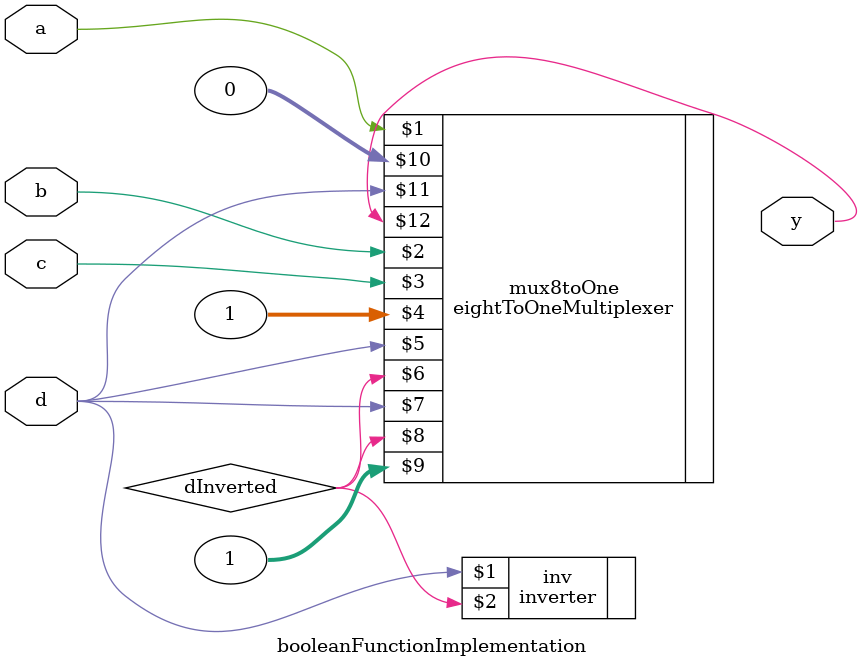
<source format=sv>
`timescale 1ns / 1ps


module booleanFunctionImplementation(
    input logic a, b, c, d,
    output logic y
    );
    logic dInverted;
    
    inverter inv(d, dInverted);
    eightToOneMultiplexer mux8toOne( a, b, c, 1, d, dInverted, d, dInverted, 1, 0, d, y);
endmodule

</source>
